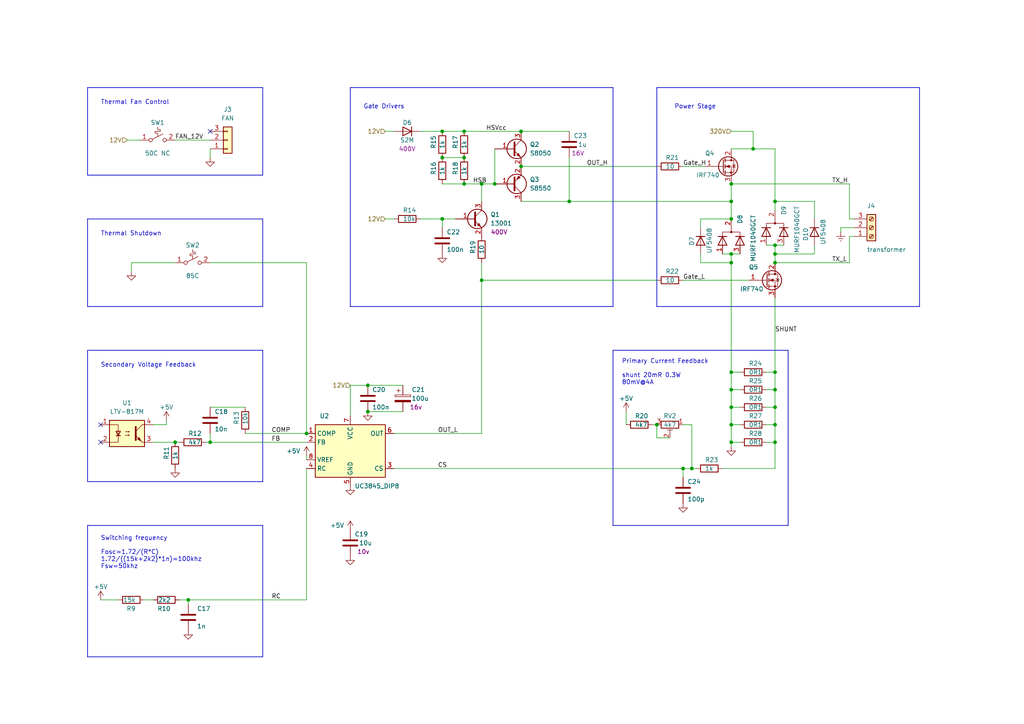
<source format=kicad_sch>
(kicad_sch (version 20211123) (generator eeschema)
  (paper "A4")
  (title_block (title "psu-500-pri") (date "2023-08-14") (company "makerspace.lt"))
  (lib_symbols
    (symbol "-local:+5V" (power) (pin_numbers hide) (pin_names (offset 0) hide)
      (property "Value" "+5V" (at 0 3.556 0))
      (symbol "+5V_0_1"
        (polyline (pts (xy -0.762 1.27) (xy 0 2.54)))
        (polyline (pts (xy 0 0) (xy 0 2.54)))
        (polyline (pts (xy 0 2.54) (xy 0.762 1.27)))
      )
      (symbol "+5V_1_1"
        (pin power_in line (at 0 0 90) (length 0) hide (name "+5V") (number "1"))
      )
    )
    (symbol "-local:Earth" (power) (pin_numbers hide) (pin_names (offset 0) hide)
      (symbol "Earth_0_1"
        (polyline (pts (xy -0.635 -1.905) (xy 0.635 -1.905)))
        (polyline (pts (xy -0.127 -2.54) (xy 0.127 -2.54)))
        (polyline (pts (xy 0 -1.27) (xy 0 0)))
        (polyline (pts (xy 1.27 -1.27) (xy -1.27 -1.27)))
      )
      (symbol "Earth_1_1"
        (pin power_in line (at 0 0 270) (length 0) hide (name "Earth") (number "1"))
      )
    )
    (symbol "-local:GND" (power) (pin_numbers hide) (pin_names (offset 0) hide)
      (property "Value" "GND" (at 0 -3.81 0))
      (symbol "GND_0_1"
        (polyline (pts (xy 0 0) (xy 0 -1.27) (xy 1.27 -1.27) (xy 0 -2.54) (xy -1.27 -1.27) (xy 0 -1.27)))
      )
      (symbol "GND_1_1"
        (pin power_in line (at 0 0 270) (length 0) hide (name "GND") (number "1"))
      )
    )
    (symbol "1N5408_1" (pin_numbers hide) (pin_names hide)
      (property "Reference" "D" (at 0 2.54 0))
      (property "Value" "1N5408_1" (at 0 -2.54 0))
      (symbol "1N5408_1_0_1"
        (polyline (pts (xy -1.27 1.27) (xy -1.27 -1.27)) (stroke (width 0.254)))
        (polyline (pts (xy 1.27 0) (xy -1.27 0)))
        (polyline (pts (xy 1.27 1.27) (xy 1.27 -1.27) (xy -1.27 0) (xy 1.27 1.27)) (stroke (width 0.254)))
      )
      (symbol "1N5408_1_1_1"
        (pin passive line (at -3.81 0 0) (length 2.54) (name "K") (number "1"))
        (pin passive line (at 3.81 0 180) (length 2.54) (name "A") (number "2"))
      )
    )
    (symbol "Connector:Screw_Terminal_01x03" (pin_names (offset 1.016) hide)
      (property "Reference" "J" (at 0 5.08 0))
      (property "Value" "Screw_Terminal_01x03" (at 0 -5.08 0))
      (symbol "Screw_Terminal_01x03_1_1"
        (rectangle (start -1.27 3.81) (end 1.27 -3.81) (stroke (width 0.254)) (fill (type background)))
        (circle (center 0 -2.54) (radius 0.635) (stroke (width 0.1524)))
        (polyline (pts (xy -0.5334 -2.2098) (xy 0.3302 -3.048)) (stroke (width 0.1524)))
        (polyline (pts (xy -0.5334 0.3302) (xy 0.3302 -0.508)) (stroke (width 0.1524)))
        (polyline (pts (xy -0.5334 2.8702) (xy 0.3302 2.032)) (stroke (width 0.1524)))
        (polyline (pts (xy -0.3556 -2.032) (xy 0.508 -2.8702)) (stroke (width 0.1524)))
        (polyline (pts (xy -0.3556 0.508) (xy 0.508 -0.3302)) (stroke (width 0.1524)))
        (polyline (pts (xy -0.3556 3.048) (xy 0.508 2.2098)) (stroke (width 0.1524)))
        (circle (center 0 0) (radius 0.635) (stroke (width 0.1524)))
        (circle (center 0 2.54) (radius 0.635) (stroke (width 0.1524)))
        (pin passive line (at -5.08 2.54 0) (length 3.81) (name "Pin_1") (number "1"))
        (pin passive line (at -5.08 0 0) (length 3.81) (name "Pin_2") (number "2"))
        (pin passive line (at -5.08 -2.54 0) (length 3.81) (name "Pin_3") (number "3"))
      )
    )
    (symbol "Connector_Generic:Conn_01x03" (pin_names (offset 1.016) hide)
      (property "Reference" "J" (at 0 5.08 0))
      (property "Value" "Conn_01x03" (at 0 -5.08 0))
      (symbol "Conn_01x03_1_1"
        (rectangle (start -1.27 -2.413) (end 0 -2.667) (stroke (width 0.1524)))
        (rectangle (start -1.27 0.127) (end 0 -0.127) (stroke (width 0.1524)))
        (rectangle (start -1.27 2.667) (end 0 2.413) (stroke (width 0.1524)))
        (rectangle (start -1.27 3.81) (end 1.27 -3.81) (stroke (width 0.254)) (fill (type background)))
        (pin passive line (at -5.08 2.54 0) (length 3.81) (name "Pin_1") (number "1"))
        (pin passive line (at -5.08 0 0) (length 3.81) (name "Pin_2") (number "2"))
        (pin passive line (at -5.08 -2.54 0) (length 3.81) (name "Pin_3") (number "3"))
      )
    )
    (symbol "Device:C" (pin_numbers hide) (pin_names (offset 0.254))
      (property "Reference" "C" (at 0.635 2.54 0))
      (property "Value" "C" (at 0.635 -2.54 0))
      (symbol "C_0_1"
        (polyline (pts (xy -2.032 -0.762) (xy 2.032 -0.762)) (stroke (width 0.508)))
        (polyline (pts (xy -2.032 0.762) (xy 2.032 0.762)) (stroke (width 0.508)))
      )
      (symbol "C_1_1"
        (pin passive line (at 0 3.81 270) (length 2.794) (name "~") (number "1"))
        (pin passive line (at 0 -3.81 90) (length 2.794) (name "~") (number "2"))
      )
    )
    (symbol "Device:C_Polarized" (pin_numbers hide) (pin_names (offset 0.254))
      (property "Reference" "C" (at 0.635 2.54 0))
      (property "Value" "C_Polarized" (at 0.635 -2.54 0))
      (symbol "C_Polarized_0_1"
        (rectangle (start -2.286 0.508) (end 2.286 1.016))
        (polyline (pts (xy -1.778 2.286) (xy -0.762 2.286)))
        (polyline (pts (xy -1.27 2.794) (xy -1.27 1.778)))
        (rectangle (start 2.286 -0.508) (end -2.286 -1.016) (fill (type outline)))
      )
      (symbol "C_Polarized_1_1"
        (pin passive line (at 0 3.81 270) (length 2.794) (name "~") (number "1"))
        (pin passive line (at 0 -3.81 90) (length 2.794) (name "~") (number "2"))
      )
    )
    (symbol "Device:D_Dual_CommonCathode_AKA_Parallel" (pin_names (offset 0.762) hide)
      (property "Reference" "D" (at 0 5.08 0))
      (property "Value" "D_Dual_CommonCathode_AKA_Parallel" (at 0 -5.08 0))
      (symbol "D_Dual_CommonCathode_AKA_Parallel_0_0"
        (polyline (pts (xy 0 -1.27) (xy 0 -3.81)) (stroke (width 0.254)))
        (polyline (pts (xy 0 3.81) (xy 0 1.27)) (stroke (width 0.254)))
      )
      (symbol "D_Dual_CommonCathode_AKA_Parallel_0_1"
        (polyline (pts (xy 1.27 0) (xy 2.54 0)))
        (polyline (pts (xy -2.54 -2.54) (xy 1.27 -2.54) (xy 1.27 2.54) (xy -2.54 2.54)))
        (polyline (pts (xy -2.54 -1.27) (xy 0 -2.54) (xy -2.54 -3.81) (xy -2.54 -1.27) (xy -2.54 -1.27) (xy -2.54 -1.27)) (stroke (width 0.254)))
        (polyline (pts (xy -2.54 3.81) (xy 0 2.54) (xy -2.54 1.27) (xy -2.54 3.81) (xy -2.54 3.81) (xy -2.54 3.81)) (stroke (width 0.254)))
        (circle (center 1.27 0) (radius 0.254) (fill (type outline)))
        (pin passive line (at -5.08 2.54 0) (length 2.54) (name "K") (number "1"))
        (pin passive line (at 5.08 0 180) (length 2.54) (name "A") (number "2"))
        (pin passive line (at -5.08 -2.54 0) (length 2.54) (name "K") (number "3"))
      )
    )
    (symbol "Device:Q_NPN_BEC" (pin_names (offset 0) hide)
      (property "Reference" "Q" (at 5.08 1.27 0))
      (property "Value" "Q_NPN_BEC" (at 5.08 -1.27 0))
      (symbol "Q_NPN_BEC_0_1"
        (polyline (pts (xy 0.635 0.635) (xy 2.54 2.54)))
        (polyline (pts (xy 0.635 -0.635) (xy 2.54 -2.54) (xy 2.54 -2.54)))
        (polyline (pts (xy 0.635 1.905) (xy 0.635 -1.905) (xy 0.635 -1.905)) (stroke (width 0.508)))
        (polyline (pts (xy 1.27 -1.778) (xy 1.778 -1.27) (xy 2.286 -2.286) (xy 1.27 -1.778) (xy 1.27 -1.778)) (fill (type outline)))
        (circle (center 1.27 0) (radius 2.8194) (stroke (width 0.254)))
      )
      (symbol "Q_NPN_BEC_1_1"
        (pin input line (at -5.08 0 0) (length 5.715) (name "B") (number "1"))
        (pin passive line (at 2.54 -5.08 90) (length 2.54) (name "E") (number "2"))
        (pin passive line (at 2.54 5.08 270) (length 2.54) (name "C") (number "3"))
      )
    )
    (symbol "Device:Q_PNP_BEC" (pin_names (offset 0) hide)
      (property "Reference" "Q" (at 5.08 1.27 0))
      (property "Value" "Q_PNP_BEC" (at 5.08 -1.27 0))
      (symbol "Q_PNP_BEC_0_1"
        (polyline (pts (xy 0.635 0.635) (xy 2.54 2.54)))
        (polyline (pts (xy 0.635 -0.635) (xy 2.54 -2.54) (xy 2.54 -2.54)))
        (polyline (pts (xy 0.635 1.905) (xy 0.635 -1.905) (xy 0.635 -1.905)) (stroke (width 0.508)))
        (polyline (pts (xy 2.286 -1.778) (xy 1.778 -2.286) (xy 1.27 -1.27) (xy 2.286 -1.778) (xy 2.286 -1.778)) (fill (type outline)))
        (circle (center 1.27 0) (radius 2.8194) (stroke (width 0.254)))
      )
      (symbol "Q_PNP_BEC_1_1"
        (pin input line (at -5.08 0 0) (length 5.715) (name "B") (number "1"))
        (pin passive line (at 2.54 -5.08 90) (length 2.54) (name "E") (number "2"))
        (pin passive line (at 2.54 5.08 270) (length 2.54) (name "C") (number "3"))
      )
    )
    (symbol "Device:R" (pin_numbers hide) (pin_names (offset 0))
      (property "Reference" "R" (at 2.032 0 90))
      (property "Value" "R" (at 0 0 90))
      (symbol "R_0_1"
        (rectangle (start -1.016 -2.54) (end 1.016 2.54) (stroke (width 0.254)))
      )
      (symbol "R_1_1"
        (pin passive line (at 0 3.81 270) (length 1.27) (name "~") (number "1"))
        (pin passive line (at 0 -3.81 90) (length 1.27) (name "~") (number "2"))
      )
    )
    (symbol "Device:R_Potentiometer_Trim" (pin_names (offset 1.016) hide)
      (property "Reference" "RV" (at -4.445 0 90))
      (property "Value" "R_Potentiometer_Trim" (at -2.54 0 90))
      (symbol "R_Potentiometer_Trim_0_1"
        (polyline (pts (xy 1.524 0.762) (xy 1.524 -0.762)))
        (polyline (pts (xy 2.54 0) (xy 1.524 0)))
        (rectangle (start 1.016 2.54) (end -1.016 -2.54) (stroke (width 0.254)))
      )
      (symbol "R_Potentiometer_Trim_1_1"
        (pin passive line (at 0 3.81 270) (length 1.27) (name "1") (number "1"))
        (pin passive line (at 3.81 0 180) (length 1.27) (name "2") (number "2"))
        (pin passive line (at 0 -3.81 90) (length 1.27) (name "3") (number "3"))
      )
    )
    (symbol "Diode:1N5408" (pin_numbers hide) (pin_names hide)
      (property "Reference" "D" (at 0 2.54 0))
      (property "Value" "1N5408" (at 0 -2.54 0))
      (symbol "1N5408_0_1"
        (polyline (pts (xy -1.27 1.27) (xy -1.27 -1.27)) (stroke (width 0.254)))
        (polyline (pts (xy 1.27 0) (xy -1.27 0)))
        (polyline (pts (xy 1.27 1.27) (xy 1.27 -1.27) (xy -1.27 0) (xy 1.27 1.27)) (stroke (width 0.254)))
      )
      (symbol "1N5408_1_1"
        (pin passive line (at -3.81 0 0) (length 2.54) (name "K") (number "1"))
        (pin passive line (at 3.81 0 180) (length 2.54) (name "A") (number "2"))
      )
    )
    (symbol "Diode:UF5408" (pin_numbers hide) (pin_names hide)
      (property "Reference" "D" (at 0 2.54 0))
      (property "Value" "UF5408" (at 0 -2.54 0))
      (symbol "UF5408_0_1"
        (polyline (pts (xy -1.27 1.27) (xy -1.27 -1.27)) (stroke (width 0.254)))
        (polyline (pts (xy 1.27 0) (xy -1.27 0)))
        (polyline (pts (xy 1.27 1.27) (xy 1.27 -1.27) (xy -1.27 0) (xy 1.27 1.27)) (stroke (width 0.254)))
      )
      (symbol "UF5408_1_1"
        (pin passive line (at -3.81 0 0) (length 2.54) (name "K") (number "1"))
        (pin passive line (at 3.81 0 180) (length 2.54) (name "A") (number "2"))
      )
    )
    (symbol "Isolator:LTV-817M" (pin_names (offset 1.016))
      (property "Reference" "U" (at -3.81 5.08 0))
      (property "Value" "LTV-817M" (at 0 -5.08 0))
      (symbol "LTV-817M_1_1"
        (rectangle (start -5.08 3.81) (end 5.08 -3.81) (stroke (width 0.254)) (fill (type background)))
        (polyline (pts (xy -3.175 -0.635) (xy -1.905 -0.635)) (stroke (width 0.254)))
        (polyline (pts (xy 2.54 0.635) (xy 4.445 2.54)))
        (polyline (pts (xy 4.445 -2.54) (xy 2.54 -0.635)) (fill (type outline)))
        (polyline (pts (xy 4.445 -2.54) (xy 5.08 -2.54)))
        (polyline (pts (xy 4.445 2.54) (xy 5.08 2.54)))
        (polyline (pts (xy -5.08 2.54) (xy -2.54 2.54) (xy -2.54 -0.762)))
        (polyline (pts (xy -2.54 -0.635) (xy -2.54 -2.54) (xy -5.08 -2.54)))
        (polyline (pts (xy 2.54 1.905) (xy 2.54 -1.905) (xy 2.54 -1.905)) (stroke (width 0.508)))
        (polyline (pts (xy -2.54 -0.635) (xy -3.175 0.635) (xy -1.905 0.635) (xy -2.54 -0.635)) (stroke (width 0.254)))
        (polyline (pts (xy -0.508 -0.508) (xy 0.762 -0.508) (xy 0.381 -0.635) (xy 0.381 -0.381) (xy 0.762 -0.508)))
        (polyline (pts (xy -0.508 0.508) (xy 0.762 0.508) (xy 0.381 0.381) (xy 0.381 0.635) (xy 0.762 0.508)))
        (polyline (pts (xy 3.048 -1.651) (xy 3.556 -1.143) (xy 4.064 -2.159) (xy 3.048 -1.651) (xy 3.048 -1.651)) (fill (type outline)))
        (pin passive line (at -7.62 2.54 0) (length 2.54) (name "~") (number "1"))
        (pin passive line (at -7.62 -2.54 0) (length 2.54) (name "~") (number "2"))
        (pin passive line (at 7.62 -2.54 180) (length 2.54) (name "~") (number "3"))
        (pin passive line (at 7.62 2.54 180) (length 2.54) (name "~") (number "4"))
      )
    )
    (symbol "Regulator_Controller:UC3845_DIP8"
      (property "Reference" "U" (at 3.81 11.43 0))
      (property "Value" "UC3845_DIP8" (at 3.81 8.89 0))
      (symbol "UC3845_DIP8_0_1"
        (rectangle (start -10.16 -7.62) (end 10.16 7.62) (stroke (width 0.254)) (fill (type background)))
      )
      (symbol "UC3845_DIP8_1_1"
        (pin passive line (at -12.7 5.08 0) (length 2.54) (name "COMP") (number "1"))
        (pin input line (at -12.7 2.54 0) (length 2.54) (name "FB") (number "2"))
        (pin input line (at 12.7 -5.08 180) (length 2.54) (name "CS") (number "3"))
        (pin passive line (at -12.7 -5.08 0) (length 2.54) (name "RC") (number "4"))
        (pin power_in line (at 0 -10.16 90) (length 2.54) (name "GND") (number "5"))
        (pin output line (at 12.7 5.08 180) (length 2.54) (name "OUT") (number "6"))
        (pin power_in line (at 0 10.16 270) (length 2.54) (name "VCC") (number "7"))
        (pin power_out line (at -12.7 -2.54 0) (length 2.54) (name "VREF") (number "8"))
      )
    )
    (symbol "Switch:SW_SPST_Temperature" (pin_names (offset 0) hide)
      (property "Reference" "SW" (at 1.778 3.048 0))
      (property "Value" "SW_SPST_Temperature" (at 0 -2.54 0))
      (symbol "SW_SPST_Temperature_0_0"
        (circle (center -2.032 0) (radius 0.508))
        (polyline (pts (xy -1.524 0.254) (xy 1.524 1.778)))
        (polyline (pts (xy 0 1.016) (xy 0 2.032) (xy -0.762 2.032) (xy -0.762 2.54) (xy 0.762 2.54) (xy 0.762 3.048) (xy 0 3.048) (xy 0 3.81)))
        (circle (center 2.032 0) (radius 0.508))
      )
      (symbol "SW_SPST_Temperature_1_1"
        (pin passive line (at -5.08 0 0) (length 2.54) (name "A") (number "1"))
        (pin passive line (at 5.08 0 180) (length 2.54) (name "B") (number "2"))
      )
    )
    (symbol "Transistor_FET:IRF740" (pin_names hide)
      (property "Reference" "Q" (at 6.35 1.905 0))
      (property "Value" "IRF740" (at 6.35 0 0))
      (symbol "IRF740_0_1"
        (polyline (pts (xy 0.254 0) (xy -2.54 0)))
        (polyline (pts (xy 0.254 1.905) (xy 0.254 -1.905)) (stroke (width 0.254)))
        (polyline (pts (xy 0.762 -1.27) (xy 0.762 -2.286)) (stroke (width 0.254)))
        (polyline (pts (xy 0.762 0.508) (xy 0.762 -0.508)) (stroke (width 0.254)))
        (polyline (pts (xy 0.762 2.286) (xy 0.762 1.27)) (stroke (width 0.254)))
        (polyline (pts (xy 2.54 2.54) (xy 2.54 1.778)))
        (polyline (pts (xy 2.54 -2.54) (xy 2.54 0) (xy 0.762 0)))
        (polyline (pts (xy 0.762 -1.778) (xy 3.302 -1.778) (xy 3.302 1.778) (xy 0.762 1.778)))
        (polyline (pts (xy 1.016 0) (xy 2.032 0.381) (xy 2.032 -0.381) (xy 1.016 0)) (fill (type outline)))
        (polyline (pts (xy 2.794 0.508) (xy 2.921 0.381) (xy 3.683 0.381) (xy 3.81 0.254)))
        (polyline (pts (xy 3.302 0.381) (xy 2.921 -0.254) (xy 3.683 -0.254) (xy 3.302 0.381)))
        (circle (center 1.651 0) (radius 2.794) (stroke (width 0.254)))
        (circle (center 2.54 -1.778) (radius 0.254) (fill (type outline)))
        (circle (center 2.54 1.778) (radius 0.254) (fill (type outline)))
      )
      (symbol "IRF740_1_1"
        (pin input line (at -5.08 0 0) (length 2.54) (name "G") (number "1"))
        (pin passive line (at 2.54 5.08 270) (length 2.54) (name "D") (number "2"))
        (pin passive line (at 2.54 -5.08 90) (length 2.54) (name "S") (number "3"))
      )
    )
  )
  (junction (at 224.79 107.95))
  (junction (at 151.13 48.26))
  (junction (at 224.79 113.03))
  (junction (at 54.61 173.99))
  (junction (at 224.79 123.19))
  (junction (at 218.44 43.18))
  (junction (at 224.79 128.27))
  (junction (at 212.09 107.95))
  (junction (at 224.79 58.42))
  (junction (at 134.62 45.72))
  (junction (at 212.09 58.42))
  (junction (at 212.09 53.34))
  (junction (at 151.13 38.1))
  (junction (at 139.7 81.28))
  (junction (at 128.27 45.72))
  (junction (at 224.79 73.66))
  (junction (at 50.8 128.27))
  (junction (at 212.09 73.66))
  (junction (at 212.09 113.03))
  (junction (at 224.79 71.12))
  (junction (at 139.7 53.34))
  (junction (at 212.09 76.2))
  (junction (at 134.62 38.1))
  (junction (at 198.12 135.89))
  (junction (at 212.09 128.27))
  (junction (at 224.79 118.11))
  (junction (at 143.51 53.34))
  (junction (at 212.09 63.5))
  (junction (at 224.79 76.2))
  (junction (at 88.9 125.73))
  (junction (at 106.68 119.38))
  (junction (at 134.62 53.34))
  (junction (at 190.5 123.19))
  (junction (at 212.09 123.19))
  (junction (at 128.27 38.1))
  (junction (at 165.1 58.42))
  (junction (at 212.09 118.11))
  (junction (at 60.96 128.27))
  (junction (at 200.66 135.89))
  (junction (at 106.68 111.76))
  (junction (at 128.27 63.5))
  (no_connect (at 29.21 128.27))
  (no_connect (at 60.96 38.1))
  (no_connect (at 29.21 123.19))
  (wire (pts (xy 224.79 128.27) (xy 224.79 123.19)))
  (wire (pts (xy 181.61 119.38) (xy 181.61 123.19)))
  (wire (pts (xy 224.79 58.42) (xy 224.79 60.96)))
  (polyline (pts (xy 76.2 101.6) (xy 76.2 139.7)) (stroke (width 0.2) (type solid)))
  (wire (pts (xy 212.09 43.18) (xy 218.44 43.18)))
  (wire (pts (xy 50.8 40.64) (xy 60.96 40.64)))
  (wire (pts (xy 224.79 113.03) (xy 224.79 107.95)))
  (wire (pts (xy 111.76 38.1) (xy 114.3 38.1)))
  (wire (pts (xy 41.91 173.99) (xy 44.45 173.99)))
  (polyline (pts (xy 190.5 88.9) (xy 266.7 88.9)) (stroke (width 0.2) (type solid)))
  (wire (pts (xy 198.12 135.89) (xy 198.12 138.43)))
  (wire (pts (xy 212.09 73.66) (xy 214.63 73.66)))
  (wire (pts (xy 134.62 53.34) (xy 139.7 53.34)))
  (wire (pts (xy 212.09 128.27) (xy 214.63 128.27)))
  (polyline (pts (xy 76.2 63.5) (xy 25.4 63.5)) (stroke (width 0.2) (type solid)))
  (wire (pts (xy 212.09 73.66) (xy 212.09 76.2)))
  (wire (pts (xy 128.27 38.1) (xy 134.62 38.1)))
  (polyline (pts (xy 266.7 25.4) (xy 190.5 25.4)) (stroke (width 0.2) (type solid)))
  (polyline (pts (xy 25.4 190.5) (xy 76.2 190.5)) (stroke (width 0.2) (type solid)))
  (wire (pts (xy 212.09 58.42) (xy 212.09 63.5)))
  (wire (pts (xy 116.84 111.76) (xy 106.68 111.76)))
  (polyline (pts (xy 25.4 88.9) (xy 76.2 88.9)) (stroke (width 0.2) (type solid)))
  (wire (pts (xy 247.65 63.5) (xy 246.38 63.5)))
  (wire (pts (xy 44.45 123.19) (xy 48.26 123.19)))
  (wire (pts (xy 60.96 76.2) (xy 88.9 76.2)))
  (polyline (pts (xy 228.6 101.6) (xy 177.8 101.6)) (stroke (width 0.2) (type solid)))
  (polyline (pts (xy 76.2 152.4) (xy 25.4 152.4)) (stroke (width 0.2) (type solid)))
  (wire (pts (xy 212.09 113.03) (xy 214.63 113.03)))
  (wire (pts (xy 194.31 127) (xy 190.5 127)))
  (wire (pts (xy 88.9 135.89) (xy 88.9 173.99)))
  (polyline (pts (xy 25.4 139.7) (xy 76.2 139.7)) (stroke (width 0.2) (type solid)))
  (polyline (pts (xy 25.4 152.4) (xy 25.4 190.5)) (stroke (width 0.2) (type solid)))
  (polyline (pts (xy 101.6 25.4) (xy 101.6 88.9)) (stroke (width 0.2) (type solid)))
  (wire (pts (xy 50.8 128.27) (xy 52.07 128.27)))
  (wire (pts (xy 224.79 128.27) (xy 224.79 135.89)))
  (wire (pts (xy 222.25 128.27) (xy 224.79 128.27)))
  (wire (pts (xy 189.23 123.19) (xy 190.5 123.19)))
  (wire (pts (xy 236.22 63.5) (xy 236.22 58.42)))
  (wire (pts (xy 224.79 71.12) (xy 224.79 73.66)))
  (wire (pts (xy 139.7 81.28) (xy 139.7 76.2)))
  (wire (pts (xy 59.69 128.27) (xy 60.96 128.27)))
  (polyline (pts (xy 190.5 25.4) (xy 190.5 88.9)) (stroke (width 0.2) (type solid)))
  (wire (pts (xy 200.66 123.19) (xy 200.66 135.89)))
  (wire (pts (xy 143.51 43.18) (xy 143.51 53.34)))
  (wire (pts (xy 222.25 71.12) (xy 224.79 71.12)))
  (wire (pts (xy 212.09 113.03) (xy 212.09 118.11)))
  (polyline (pts (xy 25.4 101.6) (xy 25.4 139.7)) (stroke (width 0.2) (type solid)))
  (wire (pts (xy 60.96 118.11) (xy 71.12 118.11)))
  (wire (pts (xy 128.27 66.04) (xy 128.27 63.5)))
  (wire (pts (xy 139.7 53.34) (xy 139.7 58.42)))
  (wire (pts (xy 44.45 128.27) (xy 50.8 128.27)))
  (wire (pts (xy 165.1 58.42) (xy 212.09 58.42)))
  (wire (pts (xy 198.12 135.89) (xy 200.66 135.89)))
  (polyline (pts (xy 25.4 25.4) (xy 25.4 50.8)) (stroke (width 0.2) (type solid)))
  (wire (pts (xy 212.09 53.34) (xy 212.09 58.42)))
  (wire (pts (xy 54.61 175.26) (xy 54.61 173.99)))
  (wire (pts (xy 60.96 125.73) (xy 60.96 128.27)))
  (wire (pts (xy 222.25 123.19) (xy 224.79 123.19)))
  (wire (pts (xy 128.27 45.72) (xy 134.62 45.72)))
  (wire (pts (xy 212.09 118.11) (xy 212.09 123.19)))
  (polyline (pts (xy 177.8 25.4) (xy 101.6 25.4)) (stroke (width 0.2) (type solid)))
  (wire (pts (xy 139.7 53.34) (xy 143.51 53.34)))
  (wire (pts (xy 246.38 68.58) (xy 247.65 68.58)))
  (wire (pts (xy 209.55 73.66) (xy 212.09 73.66)))
  (wire (pts (xy 203.2 73.66) (xy 203.2 76.2)))
  (polyline (pts (xy 76.2 63.5) (xy 76.2 88.9)) (stroke (width 0.2) (type solid)))
  (wire (pts (xy 236.22 73.66) (xy 224.79 73.66)))
  (polyline (pts (xy 76.2 101.6) (xy 25.4 101.6)) (stroke (width 0.2) (type solid)))
  (wire (pts (xy 54.61 173.99) (xy 52.07 173.99)))
  (wire (pts (xy 88.9 132.08) (xy 88.9 133.35)))
  (wire (pts (xy 121.92 38.1) (xy 128.27 38.1)))
  (wire (pts (xy 198.12 48.26) (xy 204.47 48.26)))
  (wire (pts (xy 114.3 125.73) (xy 139.7 125.73)))
  (polyline (pts (xy 76.2 25.4) (xy 25.4 25.4)) (stroke (width 0.2) (type solid)))
  (polyline (pts (xy 76.2 152.4) (xy 76.2 190.5)) (stroke (width 0.2) (type solid)))
  (wire (pts (xy 190.5 127) (xy 190.5 123.19)))
  (wire (pts (xy 134.62 38.1) (xy 151.13 38.1)))
  (wire (pts (xy 209.55 135.89) (xy 224.79 135.89)))
  (wire (pts (xy 121.92 63.5) (xy 128.27 63.5)))
  (wire (pts (xy 224.79 123.19) (xy 224.79 118.11)))
  (wire (pts (xy 165.1 45.72) (xy 165.1 58.42)))
  (wire (pts (xy 29.21 173.99) (xy 34.29 173.99)))
  (wire (pts (xy 38.1 76.2) (xy 38.1 78.74)))
  (wire (pts (xy 50.8 76.2) (xy 38.1 76.2)))
  (wire (pts (xy 165.1 58.42) (xy 151.13 58.42)))
  (wire (pts (xy 48.26 123.19) (xy 48.26 121.92)))
  (wire (pts (xy 212.09 107.95) (xy 214.63 107.95)))
  (wire (pts (xy 60.96 128.27) (xy 88.9 128.27)))
  (wire (pts (xy 236.22 58.42) (xy 224.79 58.42)))
  (polyline (pts (xy 266.7 25.4) (xy 266.7 88.9)) (stroke (width 0.2) (type solid)))
  (polyline (pts (xy 177.8 152.4) (xy 228.6 152.4)) (stroke (width 0.2) (type solid)))
  (wire (pts (xy 203.2 66.04) (xy 203.2 63.5)))
  (wire (pts (xy 224.79 43.18) (xy 224.79 58.42)))
  (wire (pts (xy 224.79 76.2) (xy 246.38 76.2)))
  (wire (pts (xy 212.09 76.2) (xy 212.09 107.95)))
  (wire (pts (xy 212.09 128.27) (xy 212.09 129.54)))
  (polyline (pts (xy 25.4 50.8) (xy 76.2 50.8)) (stroke (width 0.2) (type solid)))
  (wire (pts (xy 139.7 125.73) (xy 139.7 81.28)))
  (polyline (pts (xy 177.8 101.6) (xy 177.8 152.4)) (stroke (width 0.2) (type solid)))
  (polyline (pts (xy 25.4 63.5) (xy 25.4 88.9)) (stroke (width 0.2) (type solid)))
  (wire (pts (xy 203.2 76.2) (xy 212.09 76.2)))
  (wire (pts (xy 212.09 123.19) (xy 212.09 128.27)))
  (wire (pts (xy 111.76 63.5) (xy 114.3 63.5)))
  (wire (pts (xy 128.27 53.34) (xy 134.62 53.34)))
  (wire (pts (xy 246.38 68.58) (xy 246.38 76.2)))
  (polyline (pts (xy 177.8 25.4) (xy 177.8 88.9)) (stroke (width 0.2) (type solid)))
  (wire (pts (xy 203.2 63.5) (xy 212.09 63.5)))
  (polyline (pts (xy 76.2 25.4) (xy 76.2 50.8)) (stroke (width 0.2) (type solid)))
  (polyline (pts (xy 101.6 88.9) (xy 177.8 88.9)) (stroke (width 0.2) (type solid)))
  (wire (pts (xy 212.09 123.19) (xy 214.63 123.19)))
  (wire (pts (xy 190.5 48.26) (xy 151.13 48.26)))
  (wire (pts (xy 151.13 38.1) (xy 165.1 38.1)))
  (wire (pts (xy 222.25 113.03) (xy 224.79 113.03)))
  (wire (pts (xy 71.12 125.73) (xy 88.9 125.73)))
  (wire (pts (xy 212.09 38.1) (xy 218.44 38.1)))
  (wire (pts (xy 236.22 71.12) (xy 236.22 73.66)))
  (wire (pts (xy 224.79 73.66) (xy 224.79 76.2)))
  (wire (pts (xy 60.96 43.18) (xy 60.96 45.72)))
  (wire (pts (xy 218.44 43.18) (xy 224.79 43.18)))
  (wire (pts (xy 212.09 107.95) (xy 212.09 113.03)))
  (wire (pts (xy 139.7 81.28) (xy 190.5 81.28)))
  (wire (pts (xy 36.83 40.64) (xy 40.64 40.64)))
  (wire (pts (xy 114.3 135.89) (xy 198.12 135.89)))
  (wire (pts (xy 224.79 71.12) (xy 227.33 71.12)))
  (wire (pts (xy 128.27 63.5) (xy 132.08 63.5)))
  (wire (pts (xy 101.6 111.76) (xy 101.6 120.65)))
  (wire (pts (xy 246.38 53.34) (xy 212.09 53.34)))
  (wire (pts (xy 116.84 119.38) (xy 106.68 119.38)))
  (wire (pts (xy 222.25 118.11) (xy 224.79 118.11)))
  (wire (pts (xy 224.79 107.95) (xy 222.25 107.95)))
  (wire (pts (xy 218.44 38.1) (xy 218.44 43.18)))
  (polyline (pts (xy 228.6 101.6) (xy 228.6 152.4)) (stroke (width 0.2) (type solid)))
  (wire (pts (xy 224.79 86.36) (xy 224.79 107.95)))
  (wire (pts (xy 247.65 66.04) (xy 243.84 66.04)))
  (wire (pts (xy 198.12 123.19) (xy 200.66 123.19)))
  (wire (pts (xy 246.38 63.5) (xy 246.38 53.34)))
  (wire (pts (xy 243.84 66.04) (xy 243.84 67.31)))
  (wire (pts (xy 200.66 135.89) (xy 201.93 135.89)))
  (wire (pts (xy 88.9 76.2) (xy 88.9 125.73)))
  (wire (pts (xy 212.09 118.11) (xy 214.63 118.11)))
  (wire (pts (xy 198.12 81.28) (xy 217.17 81.28)))
  (wire (pts (xy 106.68 111.76) (xy 101.6 111.76)))
  (wire (pts (xy 54.61 173.99) (xy 88.9 173.99)))
  (wire (pts (xy 224.79 118.11) (xy 224.79 113.03)))
  (text "Switching frequency\n\nFosc=1.72/(R*C)\n1.72/((15k+2k2)*1n)=100khz\nFsw=50khz" (at 29.21 165.1 0) (effects (font (size 1.27 1.27)) (justify left bottom)))
  (text "Primary Current Feedback\n\nshunt 20mR 0.3W \n80mV@4A\n" (at 180.34 111.76 0) (effects (font (size 1.27 1.27)) (justify left bottom)))
  (text "Gate Drivers" (at 105.41 31.75 0) (effects (font (size 1.27 1.27)) (justify left bottom)))
  (text "Thermal Fan Control" (at 29.21 30.48 0) (effects (font (size 1.27 1.27)) (justify left bottom)))
  (text "Thermal Shutdown" (at 29.21 68.58 0) (effects (font (size 1.27 1.27)) (justify left bottom)))
  (text "Secondary Voltage Feedback" (at 29.21 106.68 0) (effects (font (size 1.27 1.27)) (justify left bottom)))
  (text "Power Stage" (at 195.58 31.75 0) (effects (font (size 1.27 1.27)) (justify left bottom)))
  (label "COMP" (at 78.74 125.73 0))
  (label "HSB" (at 137.16 53.34 0))
  (label "TX_H" (at 241.3 53.34 0))
  (label "SHUNT" (at 224.79 96.52 0))
  (label "Gate_L" (at 198.12 81.28 0))
  (label "Gate_H" (at 198.12 48.26 0))
  (label "RC" (at 78.74 173.99 0))
  (label "FB" (at 78.74 128.27 0))
  (label "HSVcc" (at 140.97 38.1 0))
  (label "OUT_L" (at 127 125.73 0))
  (label "TX_L" (at 241.3 76.2 0))
  (label "OUT_H" (at 170.18 48.26 0))
  (label "FAN_12V" (at 50.8 40.64 0))
  (label "CS" (at 127 135.89 0))
  (hierarchical_label "12V" (shape input) (at 101.6 111.76 180))
  (hierarchical_label "12V" (shape input) (at 111.76 63.5 180))
  (hierarchical_label "12V" (shape input) (at 36.83 40.64 180))
  (hierarchical_label "320V" (shape input) (at 212.09 38.1 180))
  (hierarchical_label "12V" (shape input) (at 111.76 38.1 180))
  (symbol (lib_id "Device:R") (at 50.8 132.08 0) (unit 1)
    (property "Reference" "R11" (at 48.26 133.35 90) (effects (justify left)))
    (property "Value" "1k" (at 50.8 133.35 90) (effects (justify left)))
    (property "Footprint" "Resistor_SMD:R_0805_2012Metric_Pad1.20x1.40mm_HandSolder" (effects hide))
  )
  (symbol (lib_id "-local:+5V") (at 88.9 132.08 0) (unit 1)
    (property "Reference" "#PWR017" (effects hide))
    (property "Value" "+5V" (at 85.09 130.81 0))
  )
  (symbol (lib_id "Device:D_Dual_CommonCathode_AKA_Parallel") (at 212.09 68.58 90) (unit 1)
    (property "Reference" "D8" (at 214.63 62.23 0) (effects (justify right)))
    (property "Value" "MURF1040GCT" (at 218.44 62.23 0) (effects (justify right)))
    (property "Footprint" "-local:TO-220-3_Horizontal_TabUp" (effects hide))
    (property "Datasheet" "https://datasheet.lcsc.com/lcsc/2205111516_DIYI-Elec-Tech-MURF1040GCT-H_C2995510.pdf" (effects hide))
    (property "LCSC#" "C2995510" (effects hide))
  )
  (symbol (lib_id "-local:GND") (at 50.8 135.89 0) (unit 1)
    (property "Reference" "#PWR014" (effects hide))
    (property "Value" "GND" (effects hide))
  )
  (symbol (lib_id "Device:R") (at 134.62 41.91 0) (unit 1)
    (property "Reference" "R17" (at 132.08 43.18 90) (effects (justify left)))
    (property "Value" "1k" (at 134.62 43.18 90) (effects (justify left)))
    (property "Footprint" "Resistor_SMD:R_0805_2012Metric_Pad1.20x1.40mm_HandSolder" (effects hide))
  )
  (symbol (lib_id "Transistor_FET:IRF740") (at 222.25 81.28 0) (unit 1)
    (property "Reference" "Q5" (at 217.17 77.47 0) (effects (justify left)))
    (property "Value" "IRF740" (at 214.63 83.82 0) (effects (justify left)))
    (property "Footprint" "-local:TO-220-3_Horizontal_TabUp" (effects hide))
    (property "Datasheet" "http://www.vishay.com/docs/91054/91054.pdf" (effects hide))
  )
  (symbol (lib_id "Device:C") (at 165.1 41.91 0) (unit 1)
    (property "Reference" "C23" (at 166.37 39.37 0) (effects (justify left)))
    (property "Value" "1u" (at 167.64 41.91 0) (effects (justify left)))
    (property "Footprint" "Capacitor_SMD:C_0805_2012Metric_Pad1.18x1.45mm_HandSolder" (effects hide))
    (property "Value2" "16V" (at 167.64 44.45 0))
  )
  (symbol (lib_id "Device:C") (at 60.96 121.92 0) (unit 1)
    (property "Reference" "C18" (at 62.23 119.38 0) (effects (justify left)))
    (property "Value" "10n" (at 62.23 124.46 0) (effects (justify left)))
    (property "Footprint" "Capacitor_SMD:C_0805_2012Metric_Pad1.18x1.45mm_HandSolder" (effects hide))
  )
  (symbol (lib_id "-local:GND") (at 60.96 45.72 0) (unit 1)
    (property "Reference" "#PWR016" (effects hide))
    (property "Value" "GND" (effects hide))
  )
  (symbol (lib_id "-local:GND") (at 38.1 78.74 0) (unit 1)
    (property "Reference" "#PWR012" (effects hide))
    (property "Value" "GND" (effects hide))
  )
  (symbol (lib_id "Device:R") (at 118.11 63.5 270) (unit 1)
    (property "Reference" "R14" (at 116.84 60.96 90) (effects (justify left)))
    (property "Value" "10k" (at 116.84 63.5 90) (effects (justify left)))
    (property "Footprint" "Resistor_SMD:R_0805_2012Metric_Pad1.20x1.40mm_HandSolder" (effects hide))
  )
  (symbol (lib_id "Device:R") (at 194.31 81.28 270) (unit 1)
    (property "Reference" "R22" (at 193.04 78.74 90) (effects (justify left)))
    (property "Value" "10" (at 193.04 81.28 90) (effects (justify left)))
    (property "Footprint" "Resistor_SMD:R_0805_2012Metric_Pad1.20x1.40mm_HandSolder" (effects hide))
  )
  (symbol (lib_id "Device:R") (at 71.12 121.92 0) (unit 1)
    (property "Reference" "R13" (at 68.58 123.19 90) (effects (justify left)))
    (property "Value" "10k" (at 71.12 123.19 90) (effects (justify left)))
    (property "Footprint" "Resistor_SMD:R_0805_2012Metric_Pad1.20x1.40mm_HandSolder" (effects hide))
  )
  (symbol (lib_id "Switch:SW_SPST_Temperature") (at 55.88 76.2 0) (unit 1)
    (property "Reference" "SW2" (at 55.88 71.12 0))
    (property "Value" "85C" (at 55.88 80.01 0))
    (property "Footprint" "-local:TO-220-2_Horizontal_TabUp" (effects hide))
  )
  (symbol (lib_id "Regulator_Controller:UC3845_DIP8") (at 101.6 130.81 0) (unit 1)
    (property "Reference" "U2" (at 92.71 120.65 0) (effects (justify left)))
    (property "Value" "UC3845_DIP8" (at 102.87 140.97 0) (effects (justify left)))
    (property "Footprint" "Package_DIP:DIP-8_W7.62mm" (effects hide))
    (property "Datasheet" "http://www.ti.com/lit/ds/symlink/uc3842.pdf" (effects hide))
  )
  (symbol (lib_id "-local:GND") (at 54.61 182.88 0) (unit 1)
    (property "Reference" "#PWR015" (effects hide))
    (property "Value" "GND" (effects hide))
  )
  (symbol (lib_id "-local:+5V") (at 48.26 121.92 0) (unit 1)
    (property "Reference" "#PWR013" (effects hide))
    (property "Value" "+5V" (at 48.26 118.11 0))
  )
  (symbol (lib_id "Device:R") (at 218.44 123.19 270) (unit 1)
    (property "Reference" "R27" (at 217.17 120.65 90) (effects (justify left)))
    (property "Value" "0R1" (at 217.17 123.19 90) (effects (justify left)))
    (property "Footprint" "Resistor_SMD:R_0805_2012Metric_Pad1.20x1.40mm_HandSolder" (effects hide))
  )
  (symbol (lib_id "Device:Q_NPN_BEC") (at 137.16 63.5 0) (unit 1)
    (property "Reference" "Q1" (at 142.24 62.2299 0) (effects (justify left)))
    (property "Value" "13001" (at 142.24 64.7699 0) (effects (justify left)))
    (property "Footprint" "Package_TO_SOT_SMD:SOT-23" (effects hide))
    (property "Datasheet" "https://datasheet.lcsc.com/lcsc/2212161630_HXY-MOSFET-13001_C5261071.pdf" (effects hide))
    (property "LCSC#" "C5261071" (effects hide))
    (property "Value2" "400V" (at 144.78 67.31 0))
  )
  (symbol (lib_id "Isolator:LTV-817M") (at 36.83 125.73 0) (unit 1)
    (property "Reference" "U1" (at 36.83 116.84 0))
    (property "Value" "LTV-817M" (at 36.83 119.38 0))
    (property "Footprint" "Package_DIP:DIP-4_W10.16mm" (effects hide))
    (property "Datasheet" "http://www.us.liteon.com/downloads/LTV-817-827-847.PDF" (effects hide))
    (property "LCSC#" "C109226" (effects hide))
  )
  (symbol (lib_id "Device:R") (at 218.44 118.11 270) (unit 1)
    (property "Reference" "R26" (at 217.17 115.57 90) (effects (justify left)))
    (property "Value" "0R1" (at 217.17 118.11 90) (effects (justify left)))
    (property "Footprint" "Resistor_SMD:R_0805_2012Metric_Pad1.20x1.40mm_HandSolder" (effects hide))
  )
  (symbol (lib_id "Device:R") (at 55.88 128.27 270) (unit 1)
    (property "Reference" "R12" (at 54.61 125.73 90) (effects (justify left)))
    (property "Value" "4k7" (at 54.61 128.27 90) (effects (justify left)))
    (property "Footprint" "Resistor_SMD:R_0805_2012Metric_Pad1.20x1.40mm_HandSolder" (effects hide))
  )
  (symbol (lib_id "Transistor_FET:IRF740") (at 209.55 48.26 0) (unit 1)
    (property "Reference" "Q4" (at 204.47 44.45 0) (effects (justify left)))
    (property "Value" "IRF740" (at 201.93 50.8 0) (effects (justify left)))
    (property "Footprint" "-local:TO-220-3_Horizontal_TabUp" (effects hide))
    (property "Datasheet" "http://www.vishay.com/docs/91054/91054.pdf" (effects hide))
  )
  (symbol (lib_id "Connector_Generic:Conn_01x03") (at 66.04 40.64 0) (mirror x) (unit 1)
    (property "Reference" "J3" (at 66.04 31.75 0))
    (property "Value" "FAN" (at 66.04 34.29 0))
    (property "Footprint" "Connector_Molex:Molex_KK-254_AE-6410-03A_1x03_P2.54mm_Vertical" (effects hide))
  )
  (symbol (lib_id "Device:Q_NPN_BEC") (at 148.59 43.18 0) (unit 1)
    (property "Reference" "Q2" (at 153.67 41.9099 0) (effects (justify left)))
    (property "Value" "S8050" (at 153.67 44.4499 0) (effects (justify left)))
    (property "Footprint" "Package_TO_SOT_SMD:SOT-23" (effects hide))
    (property "Datasheet" "https://datasheet.lcsc.com/lcsc/2304140030_Jiangsu-Changjing-Electronics-Technology-Co---Ltd--S8050_C105433.pdf" (effects hide))
  )
  (symbol (lib_id "Device:C") (at 106.68 115.57 0) (unit 1)
    (property "Reference" "C20" (at 107.95 113.03 0) (effects (justify left)))
    (property "Value" "100n" (at 107.95 118.11 0) (effects (justify left)))
    (property "Footprint" "Capacitor_SMD:C_0805_2012Metric_Pad1.18x1.45mm_HandSolder" (effects hide))
  )
  (symbol (lib_id "Device:R") (at 218.44 128.27 270) (unit 1)
    (property "Reference" "R28" (at 217.17 125.73 90) (effects (justify left)))
    (property "Value" "0R1" (at 217.17 128.27 90) (effects (justify left)))
    (property "Footprint" "Resistor_SMD:R_0805_2012Metric_Pad1.20x1.40mm_HandSolder" (effects hide))
  )
  (symbol (lib_id "Device:R") (at 128.27 49.53 0) (unit 1)
    (property "Reference" "R16" (at 125.73 50.8 90) (effects (justify left)))
    (property "Value" "1k" (at 128.27 50.8 90) (effects (justify left)))
    (property "Footprint" "Resistor_SMD:R_0805_2012Metric_Pad1.20x1.40mm_HandSolder" (effects hide))
  )
  (symbol (lib_id "Device:R") (at 218.44 107.95 270) (unit 1)
    (property "Reference" "R24" (at 217.17 105.41 90) (effects (justify left)))
    (property "Value" "0R1" (at 217.17 107.95 90) (effects (justify left)))
    (property "Footprint" "Resistor_SMD:R_0805_2012Metric_Pad1.20x1.40mm_HandSolder" (effects hide))
  )
  (symbol (lib_id "-local:GND") (at 128.27 73.66 0) (unit 1)
    (property "Reference" "#PWR022" (effects hide))
    (property "Value" "GND" (effects hide))
  )
  (symbol (lib_id "Device:C") (at 198.12 142.24 0) (unit 1)
    (property "Reference" "C24" (at 199.39 139.7 0) (effects (justify left)))
    (property "Value" "100p" (at 199.39 144.78 0) (effects (justify left)))
    (property "Footprint" "Capacitor_SMD:C_0805_2012Metric_Pad1.18x1.45mm_HandSolder" (effects hide))
  )
  (symbol (lib_id "-local:Earth") (at 243.84 67.31 0) (unit 1)
    (property "Reference" "#PWR026" (effects hide))
    (property "Value" "Earth" (effects hide))
  )
  (symbol (lib_id "Device:C") (at 101.6 157.48 0) (unit 1)
    (property "Reference" "C19" (at 102.87 154.94 0) (effects (justify left)))
    (property "Value" "10u" (at 104.14 157.48 0) (effects (justify left)))
    (property "Footprint" "Capacitor_SMD:C_0805_2012Metric_Pad1.18x1.45mm_HandSolder" (effects hide))
    (property "Value2" "10v" (at 105.41 160.02 0))
  )
  (symbol (lib_id "Connector:Screw_Terminal_01x03") (at 252.73 66.04 0) (mirror x) (unit 1)
    (property "Reference" "J4" (at 251.46 59.69 0) (effects (justify left)))
    (property "Value" "transformer" (at 251.46 72.39 0) (effects (justify left)))
    (property "Footprint" "TerminalBlock_Phoenix:TerminalBlock_Phoenix_MKDS-1,5-3_1x03_P5.00mm_Horizontal" (effects hide))
  )
  (symbol (lib_id "Diode:1N5408") (at 236.22 67.31 270) (unit 1)
    (property "Reference" "D10" (at 233.68 66.04 0) (effects (justify left)))
    (property "Value" "UF5408" (at 238.76 63.5 0) (effects (justify left)))
    (property "Footprint" "Diode_THT:D_DO-201AD_P15.24mm_Horizontal" (effects hide))
    (property "Datasheet" "https://datasheet.lcsc.com/lcsc/1912111437_SUNMATE-Elec-UF5408_C424502.pdf" (effects hide))
  )
  (symbol (lib_id "Device:D_Dual_CommonCathode_AKA_Parallel") (at 224.79 66.04 90) (unit 1)
    (property "Reference" "D9" (at 227.33 59.69 0) (effects (justify right)))
    (property "Value" "MURF1040GCT" (at 231.14 59.69 0) (effects (justify right)))
    (property "Footprint" "-local:TO-220-3_Horizontal_TabUp" (effects hide))
    (property "Datasheet" "https://datasheet.lcsc.com/lcsc/2205111516_DIYI-Elec-Tech-MURF1040GCT-H_C2995510.pdf" (effects hide))
    (property "LCSC#" "C2995510" (effects hide))
  )
  (symbol (lib_id "Device:R") (at 139.7 72.39 0) (unit 1)
    (property "Reference" "R19" (at 137.16 73.66 90) (effects (justify left)))
    (property "Value" "10" (at 139.7 73.66 90) (effects (justify left)))
    (property "Footprint" "Resistor_SMD:R_0805_2012Metric_Pad1.20x1.40mm_HandSolder" (effects hide))
  )
  (symbol (lib_id "Device:C_Polarized") (at 116.84 115.57 0) (unit 1)
    (property "Reference" "C21" (at 119.38 113.03 0) (effects (justify left)))
    (property "Value" "100u" (at 119.38 115.57 0) (effects (justify left)))
    (property "Footprint" "Capacitor_SMD:CP_Elec_10x10" (effects hide))
    (property "Value2" "16v" (at 120.65 118.11 0))
  )
  (symbol (lib_id "Device:Q_PNP_BEC") (at 148.59 53.34 0) (mirror x) (unit 1)
    (property "Reference" "Q3" (at 153.67 52.0699 0) (effects (justify left)))
    (property "Value" "S8550" (at 153.67 54.6099 0) (effects (justify left)))
    (property "Footprint" "Package_TO_SOT_SMD:SOT-23" (effects hide))
    (property "Datasheet" "https://datasheet.lcsc.com/lcsc/2205061000_Guangdong-Hottech-S8550_C181159.pdf" (effects hide))
  )
  (symbol (lib_id "-local:GND") (at 101.6 140.97 0) (unit 1)
    (property "Reference" "#PWR018" (effects hide))
    (property "Value" "GND" (effects hide))
  )
  (symbol (lib_id "Device:R") (at 205.74 135.89 270) (unit 1)
    (property "Reference" "R23" (at 204.47 133.35 90) (effects (justify left)))
    (property "Value" "1k" (at 204.47 135.89 90) (effects (justify left)))
    (property "Footprint" "Resistor_SMD:R_0805_2012Metric_Pad1.20x1.40mm_HandSolder" (effects hide))
  )
  (symbol (lib_id "-local:GND") (at 198.12 146.05 0) (unit 1)
    (property "Reference" "#PWR024" (effects hide))
    (property "Value" "GND" (effects hide))
  )
  (symbol (lib_id "Device:C") (at 54.61 179.07 0) (unit 1)
    (property "Reference" "C17" (at 57.15 176.53 0) (effects (justify left)))
    (property "Value" "1n" (at 57.15 181.61 0) (effects (justify left)))
    (property "Footprint" "Capacitor_SMD:C_0805_2012Metric_Pad1.18x1.45mm_HandSolder" (effects hide))
  )
  (symbol (lib_id "-local:GND") (at 212.09 129.54 0) (unit 1)
    (property "Reference" "#PWR025" (effects hide))
    (property "Value" "GND" (effects hide))
  )
  (symbol (lib_id "Device:R") (at 194.31 48.26 270) (unit 1)
    (property "Reference" "R21" (at 193.04 45.72 90) (effects (justify left)))
    (property "Value" "10" (at 193.04 48.26 90) (effects (justify left)))
    (property "Footprint" "Resistor_SMD:R_0805_2012Metric_Pad1.20x1.40mm_HandSolder" (effects hide))
  )
  (symbol (lib_id "Device:R") (at 38.1 173.99 90) (unit 1)
    (property "Reference" "R9" (at 39.37 176.53 90) (effects (justify left)))
    (property "Value" "15k" (at 39.37 173.99 90) (effects (justify left)))
    (property "Footprint" "Resistor_SMD:R_0805_2012Metric_Pad1.20x1.40mm_HandSolder" (effects hide))
  )
  (symbol (lib_id "Device:R") (at 48.26 173.99 90) (unit 1)
    (property "Reference" "R10" (at 49.53 176.53 90) (effects (justify left)))
    (property "Value" "2k2" (at 49.53 173.99 90) (effects (justify left)))
    (property "Footprint" "Resistor_SMD:R_0805_2012Metric_Pad1.20x1.40mm_HandSolder" (effects hide))
  )
  (symbol (lib_id "-local:GND") (at 101.6 161.29 0) (unit 1)
    (property "Reference" "#PWR020" (effects hide))
    (property "Value" "GND" (effects hide))
  )
  (symbol (lib_id "-local:+5V") (at 181.61 119.38 0) (unit 1)
    (property "Reference" "#PWR023" (effects hide))
    (property "Value" "+5V" (at 181.61 115.57 0))
  )
  (symbol (lib_id "Device:R") (at 185.42 123.19 270) (unit 1)
    (property "Reference" "R20" (at 184.15 120.65 90) (effects (justify left)))
    (property "Value" "4k7" (at 184.15 123.19 90) (effects (justify left)))
    (property "Footprint" "Resistor_SMD:R_0805_2012Metric_Pad1.20x1.40mm_HandSolder" (effects hide))
  )
  (symbol (lib_id "Device:R") (at 134.62 49.53 0) (unit 1)
    (property "Reference" "R18" (at 132.08 50.8 90) (effects (justify left)))
    (property "Value" "1k" (at 134.62 50.8 90) (effects (justify left)))
    (property "Footprint" "Resistor_SMD:R_0805_2012Metric_Pad1.20x1.40mm_HandSolder" (effects hide))
  )
  (symbol (lib_id "Device:R") (at 218.44 113.03 270) (unit 1)
    (property "Reference" "R25" (at 217.17 110.49 90) (effects (justify left)))
    (property "Value" "0R1" (at 217.17 113.03 90) (effects (justify left)))
    (property "Footprint" "Resistor_SMD:R_0805_2012Metric_Pad1.20x1.40mm_HandSolder" (effects hide))
  )
  (symbol (lib_id "Device:R") (at 128.27 41.91 0) (unit 1)
    (property "Reference" "R15" (at 125.73 43.18 90) (effects (justify left)))
    (property "Value" "1k" (at 128.27 43.18 90) (effects (justify left)))
    (property "Footprint" "Resistor_SMD:R_0805_2012Metric_Pad1.20x1.40mm_HandSolder" (effects hide))
  )
  (symbol (lib_name "1N5408_1") (lib_id "Diode:1N5408") (at 203.2 69.85 270) (unit 1)
    (property "Reference" "D7" (at 200.66 68.58 0) (effects (justify left)))
    (property "Value" "UF5408" (at 205.74 66.04 0) (effects (justify left)))
    (property "Footprint" "Diode_THT:D_DO-201AD_P15.24mm_Horizontal" (effects hide))
    (property "Datasheet" "https://datasheet.lcsc.com/lcsc/1912111437_SUNMATE-Elec-UF5408_C424502.pdf" (effects hide))
  )
  (symbol (lib_id "Switch:SW_SPST_Temperature") (at 45.72 40.64 0) (unit 1)
    (property "Reference" "SW1" (at 45.72 35.56 0))
    (property "Value" "50C NC" (at 45.72 44.45 0))
    (property "Footprint" "-local:TO-220-2_Horizontal_TabUp" (effects hide))
  )
  (symbol (lib_id "-local:+5V") (at 29.21 173.99 0) (unit 1)
    (property "Reference" "#PWR011" (effects hide))
    (property "Value" "+5V" (at 29.21 170.18 0))
  )
  (symbol (lib_id "Device:C") (at 128.27 69.85 0) (unit 1)
    (property "Reference" "C22" (at 129.54 67.31 0) (effects (justify left)))
    (property "Value" "100n" (at 129.54 72.39 0) (effects (justify left)))
    (property "Footprint" "Capacitor_SMD:C_0805_2012Metric_Pad1.18x1.45mm_HandSolder" (effects hide))
  )
  (symbol (lib_id "-local:GND") (at 106.68 119.38 0) (unit 1)
    (property "Reference" "#PWR021" (effects hide))
    (property "Value" "GND" (effects hide))
  )
  (symbol (lib_id "-local:+5V") (at 101.6 153.67 0) (unit 1)
    (property "Reference" "#PWR019" (effects hide))
    (property "Value" "+5V" (at 97.79 152.4 0))
  )
  (symbol (lib_id "Diode:UF5408") (at 118.11 38.1 180) (unit 1)
    (property "Reference" "D6" (at 118.11 35.56 0))
    (property "Value" "S2M" (at 118.11 40.64 0))
    (property "Footprint" "Diode_SMD:D_SMA_Handsoldering" (effects hide))
    (property "Datasheet" "https://datasheet.lcsc.com/lcsc/1811101212_Shandong-Jingdao-Microelectronics-S2M_C116114.pdf" (effects hide))
    (property "Value2" "400V" (at 118.11 43.18 0))
  )
  (symbol (lib_id "Device:R_Potentiometer_Trim") (at 194.31 123.19 270) (unit 1)
    (property "Reference" "RV2" (at 194.31 120.65 90))
    (property "Value" "4k7" (at 194.31 123.19 90))
    (property "Footprint" "Potentiometer_THT:Potentiometer_Bourns_3296W_Vertical" (effects hide))
  )
)
</source>
